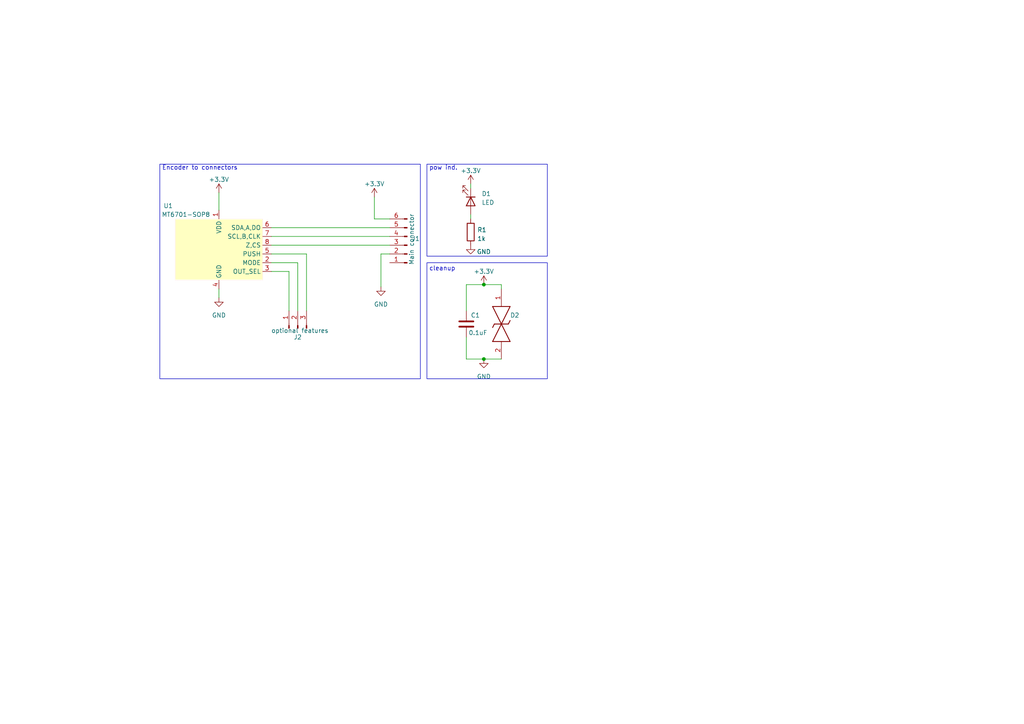
<source format=kicad_sch>
(kicad_sch (version 20230121) (generator eeschema)
  (paper "A4")
  (lib_symbols
    (symbol "Connector:Conn_01x03_Pin" (pin_names (offset 1.016) hide)
      (property "Reference" "J" (at 0 5.08 0))
      (property "Value" "Conn_01x03_Pin" (at 0 -5.08 0))
      (symbol "Conn_01x03_Pin_1_1"
        (polyline (pts (xy 1.27 -2.54) (xy 0.8636 -2.54)) (stroke (width 0.1524)))
        (polyline (pts (xy 1.27 0) (xy 0.8636 0)) (stroke (width 0.1524)))
        (polyline (pts (xy 1.27 2.54) (xy 0.8636 2.54)) (stroke (width 0.1524)))
        (rectangle (start 0.8636 -2.413) (end 0 -2.667) (stroke (width 0.1524)) (fill (type outline)))
        (rectangle (start 0.8636 0.127) (end 0 -0.127) (stroke (width 0.1524)) (fill (type outline)))
        (rectangle (start 0.8636 2.667) (end 0 2.413) (stroke (width 0.1524)) (fill (type outline)))
        (pin passive line (at 5.08 2.54 180) (length 3.81) (name "Pin_1") (number "1"))
        (pin passive line (at 5.08 0 180) (length 3.81) (name "Pin_2") (number "2"))
        (pin passive line (at 5.08 -2.54 180) (length 3.81) (name "Pin_3") (number "3"))
      )
    )
    (symbol "Connector:Conn_01x06_Pin" (pin_names (offset 1.016) hide)
      (property "Reference" "J" (at 0 7.62 0))
      (property "Value" "Conn_01x06_Pin" (at 0 -10.16 0))
      (symbol "Conn_01x06_Pin_1_1"
        (polyline (pts (xy 1.27 -7.62) (xy 0.8636 -7.62)) (stroke (width 0.1524)))
        (polyline (pts (xy 1.27 -5.08) (xy 0.8636 -5.08)) (stroke (width 0.1524)))
        (polyline (pts (xy 1.27 -2.54) (xy 0.8636 -2.54)) (stroke (width 0.1524)))
        (polyline (pts (xy 1.27 0) (xy 0.8636 0)) (stroke (width 0.1524)))
        (polyline (pts (xy 1.27 2.54) (xy 0.8636 2.54)) (stroke (width 0.1524)))
        (polyline (pts (xy 1.27 5.08) (xy 0.8636 5.08)) (stroke (width 0.1524)))
        (rectangle (start 0.8636 -7.493) (end 0 -7.747) (stroke (width 0.1524)) (fill (type outline)))
        (rectangle (start 0.8636 -4.953) (end 0 -5.207) (stroke (width 0.1524)) (fill (type outline)))
        (rectangle (start 0.8636 -2.413) (end 0 -2.667) (stroke (width 0.1524)) (fill (type outline)))
        (rectangle (start 0.8636 0.127) (end 0 -0.127) (stroke (width 0.1524)) (fill (type outline)))
        (rectangle (start 0.8636 2.667) (end 0 2.413) (stroke (width 0.1524)) (fill (type outline)))
        (rectangle (start 0.8636 5.207) (end 0 4.953) (stroke (width 0.1524)) (fill (type outline)))
        (pin passive line (at 5.08 5.08 180) (length 3.81) (name "Pin_1") (number "1"))
        (pin passive line (at 5.08 2.54 180) (length 3.81) (name "Pin_2") (number "2"))
        (pin passive line (at 5.08 0 180) (length 3.81) (name "Pin_3") (number "3"))
        (pin passive line (at 5.08 -2.54 180) (length 3.81) (name "Pin_4") (number "4"))
        (pin passive line (at 5.08 -5.08 180) (length 3.81) (name "Pin_5") (number "5"))
        (pin passive line (at 5.08 -7.62 180) (length 3.81) (name "Pin_6") (number "6"))
      )
    )
    (symbol "Device:C" (pin_numbers hide) (pin_names (offset 0.254))
      (property "Reference" "C" (at 0.635 2.54 0))
      (property "Value" "C" (at 0.635 -2.54 0))
      (symbol "C_0_1"
        (polyline (pts (xy -2.032 -0.762) (xy 2.032 -0.762)) (stroke (width 0.508)))
        (polyline (pts (xy -2.032 0.762) (xy 2.032 0.762)) (stroke (width 0.508)))
      )
      (symbol "C_1_1"
        (pin passive line (at 0 3.81 270) (length 2.794) (name "~") (number "1"))
        (pin passive line (at 0 -3.81 90) (length 2.794) (name "~") (number "2"))
      )
    )
    (symbol "Device:LED" (pin_numbers hide) (pin_names (offset 1.016) hide)
      (property "Reference" "D" (at 0 2.54 0))
      (property "Value" "LED" (at 0 -2.54 0))
      (symbol "LED_0_1"
        (polyline (pts (xy -1.27 -1.27) (xy -1.27 1.27)) (stroke (width 0.254)))
        (polyline (pts (xy -1.27 0) (xy 1.27 0)))
        (polyline (pts (xy 1.27 -1.27) (xy 1.27 1.27) (xy -1.27 0) (xy 1.27 -1.27)) (stroke (width 0.254)))
        (polyline (pts (xy -3.048 -0.762) (xy -4.572 -2.286) (xy -3.81 -2.286) (xy -4.572 -2.286) (xy -4.572 -1.524)))
        (polyline (pts (xy -1.778 -0.762) (xy -3.302 -2.286) (xy -2.54 -2.286) (xy -3.302 -2.286) (xy -3.302 -1.524)))
      )
      (symbol "LED_1_1"
        (pin passive line (at -3.81 0 0) (length 2.54) (name "K") (number "1"))
        (pin passive line (at 3.81 0 180) (length 2.54) (name "A") (number "2"))
      )
    )
    (symbol "Device:R" (pin_numbers hide) (pin_names (offset 0))
      (property "Reference" "R" (at 2.032 0 90))
      (property "Value" "R" (at 0 0 90))
      (symbol "R_0_1"
        (rectangle (start -1.016 -2.54) (end 1.016 2.54) (stroke (width 0.254)))
      )
      (symbol "R_1_1"
        (pin passive line (at 0 3.81 270) (length 1.27) (name "~") (number "1"))
        (pin passive line (at 0 -3.81 90) (length 1.27) (name "~") (number "2"))
      )
    )
    (symbol "Magntek:MT6701"
      (property "Reference" "U" (at -12.065 10.16 0))
      (property "Value" "MT6701-SOP8" (at -13.97 0.635 90))
      (symbol "MT6701_1_1"
        (rectangle (start -12.7 8.89) (end 12.7 -8.89) (stroke (width 0) (color 255 240 246 1)) (fill (type background)))
        (pin power_in line (at 0 11.43 270) (length 2.54) (name "VDD") (number "1"))
        (pin input line (at 15.24 -3.81 180) (length 2.54) (name "MODE") (number "2"))
        (pin input line (at 15.24 -6.35 180) (length 2.54) (name "OUT_SEL") (number "3"))
        (pin power_in line (at 0 -11.43 90) (length 2.54) (name "GND") (number "4"))
        (pin output line (at 15.24 -1.27 180) (length 2.54) (name "PUSH") (number "5"))
        (pin bidirectional line (at 15.24 6.35 180) (length 2.54) (name "SDA,A,DO") (number "6"))
        (pin bidirectional line (at 15.24 3.81 180) (length 2.54) (name "SCL,B,CLK") (number "7"))
        (pin input line (at 15.24 1.27 180) (length 2.54) (name "Z,CS") (number "8"))
      )
    )
    (symbol "aaa_SamacSys_Parts:SMAJ6.0CAe3_TR13" (pin_names hide)
      (property "Reference" "D" (at 12.7 8.89 0))
      (property "Value" "SMAJ6.0CAe3_TR13" (at 12.7 6.35 0))
      (symbol "SMAJ6.0CAe3_TR13_1_1"
        (polyline (pts (xy 5.08 2.54) (xy 5.08 -2.54)) (stroke (width 0.254)))
        (polyline (pts (xy 5.08 2.54) (xy 10.16 0)) (stroke (width 0.254)))
        (polyline (pts (xy 9.144 2.54) (xy 10.16 2.032)) (stroke (width 0.254)))
        (polyline (pts (xy 10.16 -2.032) (xy 10.16 2.032)) (stroke (width 0.254)))
        (polyline (pts (xy 10.16 -2.032) (xy 11.176 -2.54)) (stroke (width 0.254)))
        (polyline (pts (xy 10.16 0) (xy 5.08 -2.54)) (stroke (width 0.254)))
        (polyline (pts (xy 10.16 0) (xy 15.24 -2.54)) (stroke (width 0.254)))
        (polyline (pts (xy 15.24 2.54) (xy 10.16 0)) (stroke (width 0.254)))
        (polyline (pts (xy 15.24 2.54) (xy 15.24 -2.54)) (stroke (width 0.254)))
        (pin passive line (at 0 0 0) (length 5.08) (name "1") (number "1"))
        (pin passive line (at 20.32 0 180) (length 5.08) (name "2") (number "2"))
      )
    )
    (symbol "power:+3.3V" (power) (pin_names (offset 0))
      (property "Value" "+3.3V" (at 0 3.556 0))
      (symbol "+3.3V_0_1"
        (polyline (pts (xy -0.762 1.27) (xy 0 2.54)))
        (polyline (pts (xy 0 0) (xy 0 2.54)))
        (polyline (pts (xy 0 2.54) (xy 0.762 1.27)))
      )
      (symbol "+3.3V_1_1"
        (pin power_in line (at 0 0 90) (length 0) hide (name "+3.3V") (number "1"))
      )
    )
    (symbol "power:GND" (power) (pin_names (offset 0))
      (property "Value" "GND" (at 0 -3.81 0))
      (symbol "GND_0_1"
        (polyline (pts (xy 0 0) (xy 0 -1.27) (xy 1.27 -1.27) (xy 0 -2.54) (xy -1.27 -1.27) (xy 0 -1.27)))
      )
      (symbol "GND_1_1"
        (pin power_in line (at 0 0 270) (length 0) hide (name "GND") (number "1"))
      )
    )
  )
  (junction (at 140.335 104.14))
  (junction (at 140.335 82.55))
  (wire (pts (xy 78.74 78.74) (xy 83.82 78.74)))
  (wire (pts (xy 78.74 66.04) (xy 113.03 66.04)))
  (wire (pts (xy 110.49 73.66) (xy 110.49 83.185)))
  (wire (pts (xy 78.74 76.2) (xy 86.36 76.2)))
  (wire (pts (xy 108.585 63.5) (xy 113.03 63.5)))
  (wire (pts (xy 135.255 82.55) (xy 140.335 82.55)))
  (wire (pts (xy 145.415 82.55) (xy 145.415 83.82)))
  (wire (pts (xy 78.74 68.58) (xy 113.03 68.58)))
  (wire (pts (xy 135.255 90.17) (xy 135.255 82.55)))
  (wire (pts (xy 86.36 76.2) (xy 86.36 90.17)))
  (wire (pts (xy 108.585 63.5) (xy 108.585 57.15)))
  (wire (pts (xy 63.5 55.88) (xy 63.5 60.96)))
  (wire (pts (xy 78.74 71.12) (xy 113.03 71.12)))
  (wire (pts (xy 136.525 53.34) (xy 136.525 54.61)))
  (wire (pts (xy 136.525 62.23) (xy 136.525 63.5)))
  (wire (pts (xy 140.335 82.55) (xy 145.415 82.55)))
  (wire (pts (xy 135.255 97.79) (xy 135.255 104.14)))
  (wire (pts (xy 135.255 104.14) (xy 140.335 104.14)))
  (wire (pts (xy 83.82 78.74) (xy 83.82 90.17)))
  (wire (pts (xy 88.9 73.66) (xy 78.74 73.66)))
  (wire (pts (xy 140.335 104.14) (xy 145.415 104.14)))
  (wire (pts (xy 88.9 90.17) (xy 88.9 73.66)))
  (wire (pts (xy 113.03 73.66) (xy 110.49 73.66)))
  (wire (pts (xy 63.5 83.82) (xy 63.5 86.36)))
  (rectangle (start 123.825 76.2) (end 158.75 109.855))
  (rectangle (start 46.355 47.625) (end 121.92 109.855))
  (rectangle (start 123.825 47.625) (end 158.75 74.295))
  (text "pow ind." (at 124.46 49.53 0) (effects (font (size 1.27 1.27)) (justify left bottom)))
  (text "Encoder to connectors" (at 46.99 49.53 0) (effects (font (size 1.27 1.27)) (justify left bottom)))
  (text "cleanup" (at 124.46 78.74 0) (effects (font (size 1.27 1.27)) (justify left bottom)))
  (symbol (lib_id "Device:R") (at 136.525 67.31 0) (unit 1)
    (property "Reference" "R1" (at 138.43 66.675 0) (effects (justify left)))
    (property "Value" "1k" (at 138.43 69.215 0) (effects (justify left)))
    (property "Footprint" "Resistor_SMD:R_0402_1005Metric" (effects hide))
  )
  (symbol (lib_id "power:GND") (at 110.49 83.185 0) (unit 1)
    (property "Reference" "#PWR02" (effects hide))
    (property "Value" "GND" (at 110.49 88.265 0))
  )
  (symbol (lib_id "Connector:Conn_01x03_Pin") (at 86.36 95.25 90) (unit 1)
    (property "Reference" "J2" (at 86.36 97.79 90))
    (property "Value" "optional features" (at 86.995 95.885 90))
    (property "Footprint" "Connector_PinHeader_2.54mm:PinHeader_1x03_P2.54mm_Horizontal" (effects hide))
  )
  (symbol (lib_id "power:+3.3V") (at 140.335 82.55 0) (unit 1)
    (property "Reference" "#PWR05" (effects hide))
    (property "Value" "+3.3V" (at 140.335 78.74 0))
  )
  (symbol (lib_id "Connector:Conn_01x06_Pin") (at 118.11 71.12 180) (unit 1)
    (property "Reference" "J1" (at 119.38 69.215 0) (effects (justify right)))
    (property "Value" "Main connector" (at 119.38 76.835 90) (effects (justify right)))
    (property "Footprint" "Connector_JST:JST_GH_SM06B-GHS-TB_1x06-1MP_P1.25mm_Horizontal" (effects hide))
  )
  (symbol (lib_id "power:+3.3V") (at 108.585 57.15 0) (unit 1)
    (property "Reference" "#PWR03" (effects hide))
    (property "Value" "+3.3V" (at 108.585 53.34 0))
  )
  (symbol (lib_id "power:+3.3V") (at 63.5 55.88 0) (unit 1)
    (property "Reference" "#PWR04" (effects hide))
    (property "Value" "+3.3V" (at 63.5 52.07 0))
  )
  (symbol (lib_id "Magntek:MT6701") (at 63.5 72.39 0) (unit 1)
    (property "Reference" "U1" (at 50.165 59.69 0) (effects (justify right)))
    (property "Value" "MT6701-SOP8" (at 60.96 62.23 0) (effects (justify right)))
    (property "Footprint" "Magntek:MT6701_SOP8" (effects hide))
  )
  (symbol (lib_id "aaa_SamacSys_Parts:SMAJ6.0CAe3_TR13") (at 145.415 83.82 270) (unit 1)
    (property "Reference" "D2" (at 147.955 91.44 90) (effects (justify left)))
    (property "Value" "SMAJ6.0CAe3_TR13" (effects hide))
    (property "Footprint" "aaa_SamacSys_Parts:DIONM5025X225N" (effects hide))
    (property "Datasheet" "https://www.microsemi.com/document-portal/doc_download/135522-smaj-tvs-family-datasheet" (effects hide))
    (property "Height" "2.25" (effects hide))
    (property "Mouser Part Number" "494-SMAJ6.0CAE3/TR13" (effects hide))
    (property "Mouser Price/Stock" "https://www.mouser.co.uk/ProductDetail/Microchip-Technology/SMAJ6.0CAe3-TR13?qs=pU29NIZ4ZwAz895UZILoOA%3D%3D" (effects hide))
    (property "Manufacturer_Name" "Microchip" (effects hide))
    (property "Manufacturer_Part_Number" "SMAJ6.0CAe3/TR13" (effects hide))
  )
  (symbol (lib_id "power:GND") (at 63.5 86.36 0) (unit 1)
    (property "Reference" "#PWR01" (effects hide))
    (property "Value" "GND" (at 63.5 91.44 0))
  )
  (symbol (lib_id "Device:LED") (at 136.525 58.42 270) (unit 1)
    (property "Reference" "D1" (at 139.7 56.1975 90) (effects (justify left)))
    (property "Value" "LED" (at 139.7 58.7375 90) (effects (justify left)))
    (property "Footprint" "Diode_SMD:D_0805_2012Metric" (effects hide))
  )
  (symbol (lib_id "power:+3.3V") (at 136.525 53.34 0) (unit 1)
    (property "Reference" "#PWR07" (effects hide))
    (property "Value" "+3.3V" (at 136.525 49.53 0))
  )
  (symbol (lib_id "power:GND") (at 136.525 71.12 0) (unit 1)
    (property "Reference" "#PWR08" (effects hide))
    (property "Value" "GND" (at 140.335 73.025 0))
  )
  (symbol (lib_id "power:GND") (at 140.335 104.14 0) (unit 1)
    (property "Reference" "#PWR06" (effects hide))
    (property "Value" "GND" (at 140.335 109.22 0))
  )
  (symbol (lib_id "Device:C") (at 135.255 93.98 0) (unit 1)
    (property "Reference" "C1" (at 136.525 91.44 0) (effects (justify left)))
    (property "Value" "0.1uF" (at 135.89 96.52 0) (effects (justify left)))
    (property "Footprint" "Capacitor_SMD:C_0402_1005Metric" (effects hide))
  )
)
</source>
